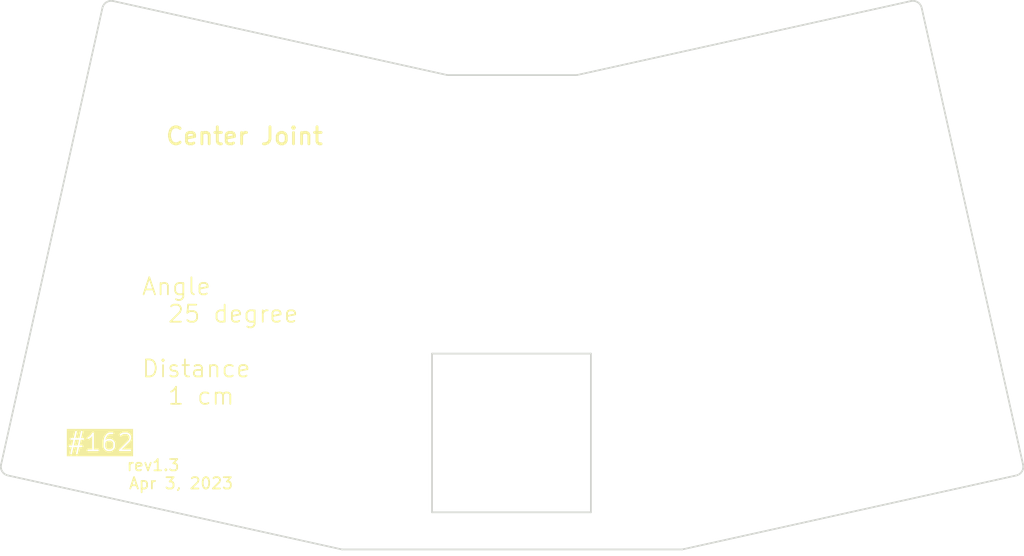
<source format=kicad_pcb>
(kicad_pcb (version 20221018) (generator pcbnew)
  (layers (0 "F.Cu" signal) (31 "B.Cu" signal) (34 "B.Paste" user) (35 "F.Paste" user) (36 "B.SilkS" user "B.Silkscreen") (37 "F.SilkS" user "F.Silkscreen") (38 "B.Mask" user) (39 "F.Mask" user) (44 "Edge.Cuts" user))
  (net 0 "")
  (footprint "footprint:M2_Hole" (layer "F.Cu") (at 71.107746 171.56)
    (fp_text reference "H2" hide)
    (fp_text value "MountingHole" hide)
    (pad "" np_thru_hole circle (at 0 0) (size 1.95 1.95) (drill 1.95) (layers "*.Cu" "*.Mask"))
  )
  (footprint "footprint:M2_Hole" (layer "F.Cu") (at 87.13 152.33)
    (fp_text reference "H3" hide)
    (fp_text value "MountingHole" hide)
    (pad "" np_thru_hole circle (at 0 0) (size 1.95 1.95) (drill 1.95) (layers "*.Cu" "*.Mask"))
  )
  (footprint "footprint:M2_Hole" (layer "F.Cu") (at 65.977428 167.210376)
    (fp_text reference "H4" hide)
    (fp_text value "MountingHole" hide)
    (pad "" np_thru_hole circle (at 0 0) (size 1.95 1.95) (drill 1.95) (layers "*.Cu" "*.Mask"))
  )
  (footprint "footprint:M2_Hole" (layer "F.Cu") (at 116.865747 137.140217)
    (fp_text reference "H3" hide)
    (fp_text value "MountingHole" hide)
    (pad "" np_thru_hole circle (at 0 0) (size 1.95 1.95) (drill 1.95) (layers "*.Cu" "*.Mask"))
  )
  (footprint "footprint:M2_Hole" (layer "F.Cu") (at 74.58 152.33)
    (fp_text reference "H1" hide)
    (fp_text value "MountingHole" hide)
    (pad "" np_thru_hole circle (at 0 0) (size 1.95 1.95) (drill 1.95) (layers "*.Cu" "*.Mask"))
  )
  (footprint "footprint:M2_Hole" (layer "F.Cu") (at 70.025674 148.440222)
    (fp_text reference "H9" hide)
    (fp_text value "MountingHole" hide)
    (pad "" np_thru_hole circle (at 0 0) (size 1.95 1.95) (drill 1.95) (layers "*.Cu" "*.Mask"))
  )
  (footprint "footprint:M2_Hole" (layer "F.Cu") (at 123.275747 165.840217)
    (fp_text reference "H7" hide)
    (fp_text value "MountingHole" hide)
    (pad "" np_thru_hole circle (at 0 0) (size 1.95 1.95) (drill 1.95) (layers "*.Cu" "*.Mask"))
  )
  (footprint "#footprint:Keyswitch_Plate_Hole" (layer "F.Cu") (at 80.837746 164.08)
    (fp_text reference "SW13" hide)
    (fp_text value "SW_Push" hide)
    (fp_line (start -7 -7) (end -7 7) (stroke (width 0.15)) (layer "Edge.Cuts"))
    (fp_line (start 7 -7) (end -7 -7) (stroke (width 0.15)) (layer "Edge.Cuts"))
    (fp_line (start 7 -7) (end 7 7) (stroke (width 0.15)) (layer "Edge.Cuts"))
    (fp_line (start 7 7) (end -7 7) (stroke (width 0.15)) (layer "Edge.Cuts"))
  )
  (footprint "footprint:M2_Hole" (layer "F.Cu") (at 96.915747 171.690217)
    (fp_text reference "H10" hide)
    (fp_text value "MountingHole" hide)
    (pad "" np_thru_hole circle (at 0 0) (size 1.95 1.95) (drill 1.95) (layers "*.Cu" "*.Mask"))
  )
  (footprint "footprint:M2_Hole" (layer "F.Cu") (at 69.069353 153.261497)
    (fp_text reference "H11" hide)
    (fp_text value "MountingHole" hide)
    (pad "" np_thru_hole circle (at 0 0) (size 1.95 1.95) (drill 1.95) (layers "*.Cu" "*.Mask"))
  )
  (footprint "footprint:M2_Hole" (layer "F.Cu") (at 91.755747 148.290217)
    (fp_text reference "H6" hide)
    (fp_text value "MountingHole" hide)
    (pad "" np_thru_hole circle (at 0 0) (size 1.95 1.95) (drill 1.95) (layers "*.Cu" "*.Mask"))
  )
  (footprint "footprint:M2_Hole" (layer "F.Cu") (at 95.795747 167.170217)
    (fp_text reference "H12" hide)
    (fp_text value "MountingHole" hide)
    (pad "" np_thru_hole circle (at 0 0) (size 1.95 1.95) (drill 1.95) (layers "*.Cu" "*.Mask"))
  )
  (footprint "footprint:M2_Hole" (layer "F.Cu") (at 44.880471 137.174546)
    (fp_text reference "H5" hide)
    (fp_text value "MountingHole" hide)
    (pad "" np_thru_hole circle (at 0 0) (size 1.95 1.95) (drill 1.95) (layers "*.Cu" "*.Mask"))
  )
  (footprint "footprint:M2_Hole" (layer "F.Cu") (at 90.527746 171.56)
    (fp_text reference "H4" hide)
    (fp_text value "MountingHole" hide)
    (pad "" np_thru_hole circle (at 0 0) (size 1.95 1.95) (drill 1.95) (layers "*.Cu" "*.Mask"))
  )
  (footprint "footprint:M2_Hole" (layer "F.Cu") (at 38.523917 165.847107)
    (fp_text reference "H1" hide)
    (fp_text value "MountingHole" hide)
    (pad "" np_thru_hole circle (at 0 0) (size 1.95 1.95) (drill 1.95) (layers "*.Cu" "*.Mask"))
  )
  (footprint "footprint:M2_Hole" (layer "F.Cu") (at 64.871706 171.688272)
    (fp_text reference "H2" hide)
    (fp_text value "MountingHole" hide)
    (pad "" np_thru_hole circle (at 0 0) (size 1.95 1.95) (drill 1.95) (layers "*.Cu" "*.Mask"))
  )
  (footprint "footprint:M2_Hole" (layer "F.Cu") (at 92.725747 153.240217)
    (fp_text reference "H8" hide)
    (fp_text value "MountingHole" hide)
    (pad "" np_thru_hole circle (at 0 0) (size 1.95 1.95) (drill 1.95) (layers "*.Cu" "*.Mask"))
  )
  (gr_line (start 86.59766 132.510311) (end 116.04519 125.981951) (stroke (width 0.15)) (layer "Edge.Cuts"))
  (gr_arc (start 44.789497 126.585092) (mid 45.137931 126.087411) (end 45.736231 125.981956) (stroke (width 0.15)) (layer "Edge.Cuts"))
  (gr_arc (start 36.459087 167.828443) (mid 35.961434 167.479991) (end 35.855951 166.88171) (stroke (width 0.15)) (layer "Edge.Cuts"))
  (gr_line (start 45.736231 125.981956) (end 75.183761 132.510316) (stroke (width 0.15)) (layer "Edge.Cuts"))
  (gr_arc (start 125.92547 166.881705) (mid 125.820019 167.480028) (end 125.322334 167.828439) (stroke (width 0.15)) (layer "Edge.Cuts"))
  (gr_line (start 35.855951 166.88171) (end 44.789497 126.585092) (stroke (width 0.15)) (layer "Edge.Cuts"))
  (gr_arc (start 116.04519 125.981951) (mid 116.643509 126.087399) (end 116.991924 126.585087) (stroke (width 0.15)) (layer "Edge.Cuts"))
  (gr_line (start 65.906617 174.356804) (end 95.874804 174.356799) (stroke (width 0.15)) (layer "Edge.Cuts"))
  (gr_line (start 116.991924 126.585087) (end 125.92547 166.881705) (stroke (width 0.15)) (layer "Edge.Cuts"))
  (gr_line (start 75.183761 132.510316) (end 86.59766 132.510311) (stroke (width 0.15)) (layer "Edge.Cuts"))
  (gr_line (start 125.322334 167.828439) (end 95.874804 174.356799) (stroke (width 0.15)) (layer "Edge.Cuts"))
  (gr_line (start 65.906617 174.356804) (end 36.459087 167.828443) (stroke (width 0.15)) (layer "Edge.Cuts"))
  (gr_text "Center Joint" (at 50.249984 138.770217) (layer "F.SilkS") (effects (font (size 1.5 1.5) (thickness 0.25) bold) (justify left bottom)))
  (gr_text "rev1.3" (at 46.849984 167.50999) (layer "F.SilkS") (effects (font (size 1 1)) (justify left bottom)))
  (gr_text "Apr 3, 2023" (at 47.049984 169.10999) (layer "F.SilkS") (effects (font (size 1 1)) (justify left bottom)))
  (gr_text "Angle\n  25 degree\n\nDistance\n  1 cm" (at 48.175747 161.700217) (layer "F.SilkS") (effects (font (size 1.5 1.5)) (justify left bottom)))
  (gr_text "#162" (at 41.649984 165.8) (layer "F.SilkS" knockout) (effects (font (size 1.5 1.5)) (justify left bottom)))
)
</source>
